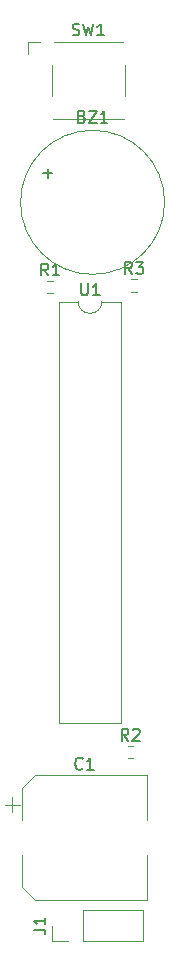
<source format=gbr>
%TF.GenerationSoftware,KiCad,Pcbnew,(5.99.0-11163-g08fb05e522)*%
%TF.CreationDate,2021-06-27T20:24:36-07:00*%
%TF.ProjectId,MeditationLamp,4d656469-7461-4746-996f-6e4c616d702e,rev?*%
%TF.SameCoordinates,Original*%
%TF.FileFunction,Legend,Top*%
%TF.FilePolarity,Positive*%
%FSLAX46Y46*%
G04 Gerber Fmt 4.6, Leading zero omitted, Abs format (unit mm)*
G04 Created by KiCad (PCBNEW (5.99.0-11163-g08fb05e522)) date 2021-06-27 20:24:36*
%MOMM*%
%LPD*%
G01*
G04 APERTURE LIST*
%ADD10C,0.150000*%
%ADD11C,0.120000*%
G04 APERTURE END LIST*
D10*
%TO.C,U1*%
X116443695Y-69547780D02*
X116443695Y-70357304D01*
X116491314Y-70452542D01*
X116538933Y-70500161D01*
X116634171Y-70547780D01*
X116824647Y-70547780D01*
X116919885Y-70500161D01*
X116967504Y-70452542D01*
X117015123Y-70357304D01*
X117015123Y-69547780D01*
X118015123Y-70547780D02*
X117443695Y-70547780D01*
X117729409Y-70547780D02*
X117729409Y-69547780D01*
X117634171Y-69690638D01*
X117538933Y-69785876D01*
X117443695Y-69833495D01*
%TO.C,SW1*%
X115726966Y-48504961D02*
X115869823Y-48552580D01*
X116107919Y-48552580D01*
X116203157Y-48504961D01*
X116250776Y-48457342D01*
X116298395Y-48362104D01*
X116298395Y-48266866D01*
X116250776Y-48171628D01*
X116203157Y-48124009D01*
X116107919Y-48076390D01*
X115917442Y-48028771D01*
X115822204Y-47981152D01*
X115774585Y-47933533D01*
X115726966Y-47838295D01*
X115726966Y-47743057D01*
X115774585Y-47647819D01*
X115822204Y-47600200D01*
X115917442Y-47552580D01*
X116155538Y-47552580D01*
X116298395Y-47600200D01*
X116631728Y-47552580D02*
X116869823Y-48552580D01*
X117060300Y-47838295D01*
X117250776Y-48552580D01*
X117488871Y-47552580D01*
X118393633Y-48552580D02*
X117822204Y-48552580D01*
X118107919Y-48552580D02*
X118107919Y-47552580D01*
X118012680Y-47695438D01*
X117917442Y-47790676D01*
X117822204Y-47838295D01*
%TO.C,R3*%
X120762733Y-68745380D02*
X120429400Y-68269190D01*
X120191304Y-68745380D02*
X120191304Y-67745380D01*
X120572257Y-67745380D01*
X120667495Y-67793000D01*
X120715114Y-67840619D01*
X120762733Y-67935857D01*
X120762733Y-68078714D01*
X120715114Y-68173952D01*
X120667495Y-68221571D01*
X120572257Y-68269190D01*
X120191304Y-68269190D01*
X121096066Y-67745380D02*
X121715114Y-67745380D01*
X121381780Y-68126333D01*
X121524638Y-68126333D01*
X121619876Y-68173952D01*
X121667495Y-68221571D01*
X121715114Y-68316809D01*
X121715114Y-68554904D01*
X121667495Y-68650142D01*
X121619876Y-68697761D01*
X121524638Y-68745380D01*
X121238923Y-68745380D01*
X121143685Y-68697761D01*
X121096066Y-68650142D01*
%TO.C,R2*%
X120457933Y-108267780D02*
X120124600Y-107791590D01*
X119886504Y-108267780D02*
X119886504Y-107267780D01*
X120267457Y-107267780D01*
X120362695Y-107315400D01*
X120410314Y-107363019D01*
X120457933Y-107458257D01*
X120457933Y-107601114D01*
X120410314Y-107696352D01*
X120362695Y-107743971D01*
X120267457Y-107791590D01*
X119886504Y-107791590D01*
X120838885Y-107363019D02*
X120886504Y-107315400D01*
X120981742Y-107267780D01*
X121219838Y-107267780D01*
X121315076Y-107315400D01*
X121362695Y-107363019D01*
X121410314Y-107458257D01*
X121410314Y-107553495D01*
X121362695Y-107696352D01*
X120791266Y-108267780D01*
X121410314Y-108267780D01*
%TO.C,R1*%
X113662933Y-68872380D02*
X113329600Y-68396190D01*
X113091504Y-68872380D02*
X113091504Y-67872380D01*
X113472457Y-67872380D01*
X113567695Y-67920000D01*
X113615314Y-67967619D01*
X113662933Y-68062857D01*
X113662933Y-68205714D01*
X113615314Y-68300952D01*
X113567695Y-68348571D01*
X113472457Y-68396190D01*
X113091504Y-68396190D01*
X114615314Y-68872380D02*
X114043885Y-68872380D01*
X114329600Y-68872380D02*
X114329600Y-67872380D01*
X114234361Y-68015238D01*
X114139123Y-68110476D01*
X114043885Y-68158095D01*
%TO.C,J1*%
X112427980Y-124259933D02*
X113142266Y-124259933D01*
X113285123Y-124307552D01*
X113380361Y-124402790D01*
X113427980Y-124545647D01*
X113427980Y-124640885D01*
X113427980Y-123259933D02*
X113427980Y-123831361D01*
X113427980Y-123545647D02*
X112427980Y-123545647D01*
X112570838Y-123640885D01*
X112666076Y-123736123D01*
X112713695Y-123831361D01*
%TO.C,C1*%
X116571733Y-110616142D02*
X116524114Y-110663761D01*
X116381257Y-110711380D01*
X116286019Y-110711380D01*
X116143161Y-110663761D01*
X116047923Y-110568523D01*
X116000304Y-110473285D01*
X115952685Y-110282809D01*
X115952685Y-110139952D01*
X116000304Y-109949476D01*
X116047923Y-109854238D01*
X116143161Y-109759000D01*
X116286019Y-109711380D01*
X116381257Y-109711380D01*
X116524114Y-109759000D01*
X116571733Y-109806619D01*
X117524114Y-110711380D02*
X116952685Y-110711380D01*
X117238400Y-110711380D02*
X117238400Y-109711380D01*
X117143161Y-109854238D01*
X117047923Y-109949476D01*
X116952685Y-109997095D01*
%TO.C,BZ1*%
X116543247Y-55415771D02*
X116686104Y-55463390D01*
X116733723Y-55511009D01*
X116781342Y-55606247D01*
X116781342Y-55749104D01*
X116733723Y-55844342D01*
X116686104Y-55891961D01*
X116590866Y-55939580D01*
X116209914Y-55939580D01*
X116209914Y-54939580D01*
X116543247Y-54939580D01*
X116638485Y-54987200D01*
X116686104Y-55034819D01*
X116733723Y-55130057D01*
X116733723Y-55225295D01*
X116686104Y-55320533D01*
X116638485Y-55368152D01*
X116543247Y-55415771D01*
X116209914Y-55415771D01*
X117114676Y-54939580D02*
X117781342Y-54939580D01*
X117114676Y-55939580D01*
X117781342Y-55939580D01*
X118686104Y-55939580D02*
X118114676Y-55939580D01*
X118400390Y-55939580D02*
X118400390Y-54939580D01*
X118305152Y-55082438D01*
X118209914Y-55177676D01*
X118114676Y-55225295D01*
X113233247Y-60218628D02*
X113995152Y-60218628D01*
X113614200Y-60599580D02*
X113614200Y-59837676D01*
D11*
%TO.C,U1*%
X118205600Y-71095400D02*
G75*
G02*
X116205600Y-71095400I-1000000J0D01*
G01*
X116205600Y-71095400D02*
X114555600Y-71095400D01*
X114555600Y-71095400D02*
X114555600Y-106775400D01*
X114555600Y-106775400D02*
X119855600Y-106775400D01*
X119855600Y-106775400D02*
X119855600Y-71095400D01*
X119855600Y-71095400D02*
X118205600Y-71095400D01*
%TO.C,SW1*%
X111960300Y-50100200D02*
X111960300Y-49100200D01*
X111960300Y-49100200D02*
X112960300Y-49100200D01*
X113960300Y-51100200D02*
X113960300Y-53700200D01*
X120160300Y-51100200D02*
X120160300Y-53700200D01*
X120060300Y-55650200D02*
X114060300Y-55650200D01*
X119960300Y-49150200D02*
X114160300Y-49150200D01*
%TO.C,R3*%
X120692142Y-69200500D02*
X121166658Y-69200500D01*
X120692142Y-70245500D02*
X121166658Y-70245500D01*
%TO.C,R2*%
X120387342Y-108722900D02*
X120861858Y-108722900D01*
X120387342Y-109767900D02*
X120861858Y-109767900D01*
%TO.C,R1*%
X113592342Y-70372500D02*
X114066858Y-70372500D01*
X113592342Y-69327500D02*
X114066858Y-69327500D01*
%TO.C,J1*%
X121715600Y-125256600D02*
X121715600Y-122596600D01*
X116575600Y-125256600D02*
X121715600Y-125256600D01*
X116575600Y-122596600D02*
X121715600Y-122596600D01*
X116575600Y-125256600D02*
X116575600Y-122596600D01*
X115305600Y-125256600D02*
X113975600Y-125256600D01*
X113975600Y-125256600D02*
X113975600Y-123926600D01*
%TO.C,C1*%
X110613400Y-113074000D02*
X110613400Y-114324000D01*
X109988400Y-113699000D02*
X111238400Y-113699000D01*
X111478400Y-120654563D02*
X112542837Y-121719000D01*
X111478400Y-112263437D02*
X112542837Y-111199000D01*
X111478400Y-112263437D02*
X111478400Y-114949000D01*
X111478400Y-120654563D02*
X111478400Y-117969000D01*
X112542837Y-121719000D02*
X121998400Y-121719000D01*
X112542837Y-111199000D02*
X121998400Y-111199000D01*
X121998400Y-111199000D02*
X121998400Y-114949000D01*
X121998400Y-121719000D02*
X121998400Y-117969000D01*
%TO.C,BZ1*%
X123524200Y-62687200D02*
G75*
G03*
X123524200Y-62687200I-6100000J0D01*
G01*
%TD*%
M02*

</source>
